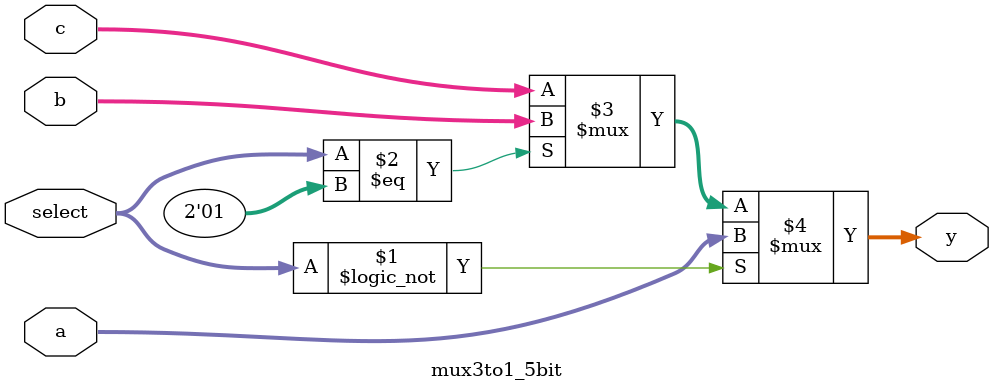
<source format=v>
`timescale 1ns/1ns
module mux3to1_5bit (a,  b, c, select, y);
    input [4:0] a, b, c;
    input [1:0] select;
    output [4:0] y;
    assign y = (select == 2'b00) ? a:(select == 2'b01) ? b:c;
endmodule

</source>
